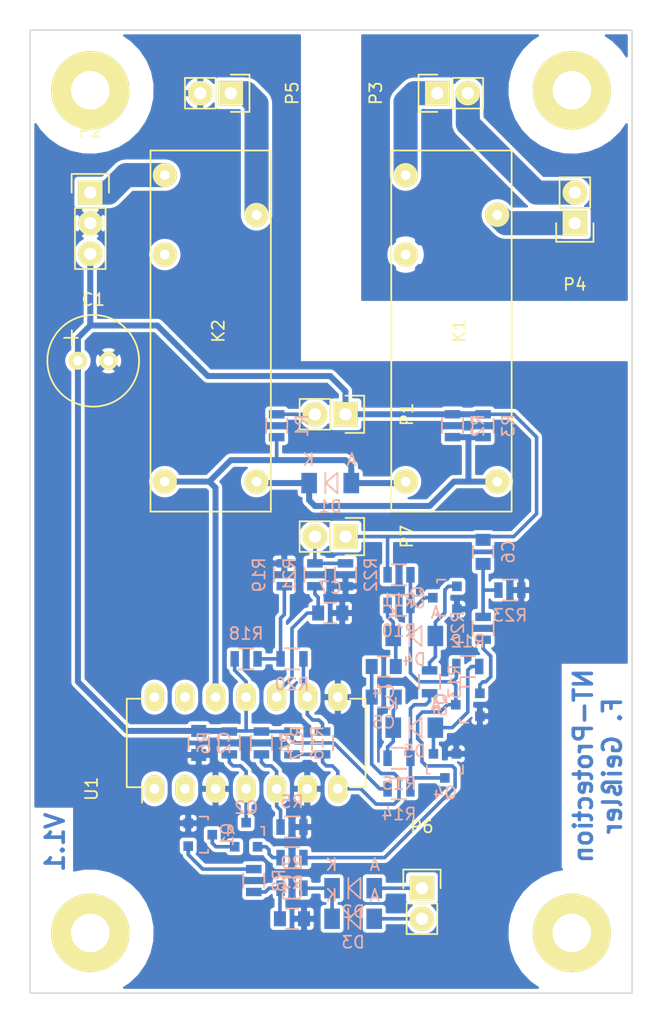
<source format=kicad_pcb>
(kicad_pcb (version 4) (host pcbnew "(2015-07-22 BZR 5980)-product")
  (layers (0 F.Cu signal) (31 B.Cu signal) (34 B.Paste user) (35 F.Paste user) (36 B.SilkS user) (37 F.SilkS user) (38 B.Mask user) (39 F.Mask user) (44 Edge.Cuts user))
  (net 0 "")
  (net 1 V-)
  (net 2 V+)
  (net 3 "Net-(C3-Pad2)")
  (net 4 "Net-(C4-Pad1)")
  (net 5 "Net-(C4-Pad2)")
  (net 6 "Net-(C5-Pad2)")
  (net 7 "Net-(C7-Pad2)")
  (net 8 "Net-(D1-Pad1)")
  (net 9 "Net-(D1-Pad2)")
  (net 10 "Net-(D2-Pad1)")
  (net 11 "Net-(D2-Pad2)")
  (net 12 "Net-(D3-Pad2)")
  (net 13 "Net-(D4-Pad2)")
  (net 14 "Net-(K1-Pad1)")
  (net 15 "Net-(K1-Pad5)")
  (net 16 "Net-(K2-Pad1)")
  (net 17 "Net-(K2-Pad5)")
  (net 18 "Net-(P1-Pad2)")
  (net 19 "Net-(P3-Pad2)")
  (net 20 "Net-(P7-Pad2)")
  (net 21 "Net-(Q1-Pad1)")
  (net 22 "Net-(Q1-Pad3)")
  (net 23 "Net-(Q2-Pad1)")
  (net 24 "Net-(Q3-Pad3)")
  (net 25 "Net-(Q4-Pad3)")
  (net 26 "Net-(R4-Pad1)")
  (net 27 "Net-(R17-Pad1)")
  (net 28 "Net-(R18-Pad1)")
  (net 29 "Net-(Q2-Pad3)")
  (net 30 "Net-(C6-Pad1)")
  (net 31 "Net-(D5-Pad2)")
  (net 32 "Net-(Q5-Pad1)")
  (module mechanical:Hole_M3 (layer F.Cu) (at 55 125)
    (fp_text reference REF** hide)
    (fp_text value Hole_M3 hide)
    (pad 1 thru_hole circle (at 0 0) (size 6.5 6.5) (drill 3.2) (layers *.Cu *.Mask F.SilkS) (clearance 2))
  )
  (module mechanical:Hole_M3 (layer F.Cu) (at 95 125)
    (fp_text reference REF** hide)
    (fp_text value Hole_M3 hide)
    (pad 1 thru_hole circle (at 0 0) (size 6.5 6.5) (drill 3.2) (layers *.Cu *.Mask F.SilkS) (clearance 2))
  )
  (module mechanical:Hole_M3 (layer F.Cu) (at 95 55)
    (fp_text reference REF** hide)
    (fp_text value Hole_M3 hide)
    (pad 1 thru_hole circle (at 0 0) (size 6.5 6.5) (drill 3.2) (layers *.Cu *.Mask F.SilkS) (clearance 2))
  )
  (module Capacitors_Elko_ThroughHole:Elko_vert_11.2x7.5mm_RM2.5_CopperClear (layer F.Cu) (at 53.975 77.47)
    (fp_text reference C1 (at 1.27 -5.08) (layer F.SilkS))
    (fp_text value 22u)
    (pad 2 thru_hole circle (at 2.54 0) (size 1.50114 1.50114) (drill 0.8001) (layers *.Cu *.Mask F.SilkS) (net 1 V-))
    (pad 1 thru_hole circle (at 0 0) (size 1.50114 1.50114) (drill 0.8001) (layers *.Cu *.Mask F.SilkS) (net 2 V+))
  )
  (module Capacitors_SMD:C_0805 (layer B.Cu) (at 64.008 109.22 90)
    (fp_text reference C2 (at 0 2.1 90) (layer B.SilkS) (effects (justify mirror)))
    (fp_text value 100n)
    (pad 1 smd rect (at -1 0 90) (size 1 1.25) (layers B.Cu B.Paste B.Mask) (net 1 V-))
    (pad 2 smd rect (at 1 0 90) (size 1 1.25) (layers B.Cu B.Paste B.Mask) (net 2 V+))
  )
  (module Capacitors_SMD:C_0805 (layer B.Cu) (at 71.755 123.825 180)
    (fp_text reference C3 (at 0 2.1 180) (layer B.SilkS) (effects (justify mirror)))
    (fp_text value 100n)
    (pad 1 smd rect (at -1 0 180) (size 1 1.25) (layers B.Cu B.Paste B.Mask) (net 1 V-))
    (pad 2 smd rect (at 1 0 180) (size 1 1.25) (layers B.Cu B.Paste B.Mask) (net 3 "Net-(C3-Pad2)"))
  )
  (module Capacitors_SMD:C_0805 (layer B.Cu) (at 79.375 102.87)
    (fp_text reference C4 (at 0 2.1) (layer B.SilkS) (effects (justify mirror)))
    (fp_text value 100n)
    (pad 1 smd rect (at -1 0) (size 1 1.25) (layers B.Cu B.Paste B.Mask) (net 4 "Net-(C4-Pad1)"))
    (pad 2 smd rect (at 1 0) (size 1 1.25) (layers B.Cu B.Paste B.Mask) (net 5 "Net-(C4-Pad2)"))
  )
  (module Capacitors_SMD:C_0805 (layer B.Cu) (at 79.375 105.41)
    (fp_text reference C5 (at 0 2.1) (layer B.SilkS) (effects (justify mirror)))
    (fp_text value 100n)
    (pad 1 smd rect (at -1 0) (size 1 1.25) (layers B.Cu B.Paste B.Mask) (net 4 "Net-(C4-Pad1)"))
    (pad 2 smd rect (at 1 0) (size 1 1.25) (layers B.Cu B.Paste B.Mask) (net 6 "Net-(C5-Pad2)"))
  )
  (module Capacitors_SMD:C_0805 (layer B.Cu) (at 87.63 93.345 90)
    (fp_text reference C6 (at 0 2.1 90) (layer B.SilkS) (effects (justify mirror)))
    (fp_text value 15n)
    (pad 1 smd rect (at -1 0 90) (size 1 1.25) (layers B.Cu B.Paste B.Mask) (net 30 "Net-(C6-Pad1)"))
    (pad 2 smd rect (at 1 0 90) (size 1 1.25) (layers B.Cu B.Paste B.Mask) (net 2 V+))
  )
  (module Capacitors_SMD:C_0805 (layer B.Cu) (at 74.93 98.425 180)
    (fp_text reference C7 (at 0 2.1 180) (layer B.SilkS) (effects (justify mirror)))
    (fp_text value 1u)
    (pad 1 smd rect (at -1 0 180) (size 1 1.25) (layers B.Cu B.Paste B.Mask) (net 1 V-))
    (pad 2 smd rect (at 1 0 180) (size 1 1.25) (layers B.Cu B.Paste B.Mask) (net 7 "Net-(C7-Pad2)"))
  )
  (module Diodes_SMD:MiniMELF_Standard (layer B.Cu) (at 74.93 87.63)
    (fp_text reference D1 (at 0 1.95) (layer B.SilkS) (effects (justify mirror)))
    (fp_text value 1N4148)
    (fp_text user K (at -1.8 -1.95) (layer B.SilkS) (effects (justify mirror)))
    (fp_text user A (at 1.8 -1.95) (layer B.SilkS) (effects (justify mirror)))
    (pad 1 smd rect (at -1.75006 0) (size 1.30048 1.69926) (layers B.Cu B.Paste B.Mask) (net 8 "Net-(D1-Pad1)"))
    (pad 2 smd rect (at 1.75006 0) (size 1.30048 1.69926) (layers B.Cu B.Paste B.Mask) (net 9 "Net-(D1-Pad2)"))
  )
  (module Diodes_SMD:MiniMELF_Standard (layer B.Cu) (at 76.835 121.285)
    (fp_text reference D2 (at 0 1.95) (layer B.SilkS) (effects (justify mirror)))
    (fp_text value 1N4148)
    (fp_text user K (at -1.8 -1.95) (layer B.SilkS) (effects (justify mirror)))
    (fp_text user A (at 1.8 -1.95) (layer B.SilkS) (effects (justify mirror)))
    (pad 1 smd rect (at -1.75006 0) (size 1.30048 1.69926) (layers B.Cu B.Paste B.Mask) (net 10 "Net-(D2-Pad1)"))
    (pad 2 smd rect (at 1.75006 0) (size 1.30048 1.69926) (layers B.Cu B.Paste B.Mask) (net 11 "Net-(D2-Pad2)"))
  )
  (module Diodes_SMD:MiniMELF_Standard (layer B.Cu) (at 76.835 123.825)
    (fp_text reference D3 (at 0 1.95) (layer B.SilkS) (effects (justify mirror)))
    (fp_text value 1N4148)
    (fp_text user K (at -1.8 -1.95) (layer B.SilkS) (effects (justify mirror)))
    (fp_text user A (at 1.8 -1.95) (layer B.SilkS) (effects (justify mirror)))
    (pad 1 smd rect (at -1.75006 0) (size 1.30048 1.69926) (layers B.Cu B.Paste B.Mask) (net 10 "Net-(D2-Pad1)"))
    (pad 2 smd rect (at 1.75006 0) (size 1.30048 1.69926) (layers B.Cu B.Paste B.Mask) (net 12 "Net-(D3-Pad2)"))
  )
  (module Diodes_SMD:MiniMELF_Standard (layer B.Cu) (at 81.915 100.33)
    (fp_text reference D4 (at 0 1.95) (layer B.SilkS) (effects (justify mirror)))
    (fp_text value 1N4148)
    (fp_text user K (at -1.8 -1.95) (layer B.SilkS) (effects (justify mirror)))
    (fp_text user A (at 1.8 -1.95) (layer B.SilkS) (effects (justify mirror)))
    (pad 1 smd rect (at -1.75006 0) (size 1.30048 1.69926) (layers B.Cu B.Paste B.Mask) (net 5 "Net-(C4-Pad2)"))
    (pad 2 smd rect (at 1.75006 0) (size 1.30048 1.69926) (layers B.Cu B.Paste B.Mask) (net 13 "Net-(D4-Pad2)"))
  )
  (module Diodes_SMD:MiniMELF_Standard (layer B.Cu) (at 81.915 107.95)
    (fp_text reference D5 (at 0 1.95) (layer B.SilkS) (effects (justify mirror)))
    (fp_text value 1N4148)
    (fp_text user K (at -1.8 -1.95) (layer B.SilkS) (effects (justify mirror)))
    (fp_text user A (at 1.8 -1.95) (layer B.SilkS) (effects (justify mirror)))
    (pad 1 smd rect (at -1.75006 0) (size 1.30048 1.69926) (layers B.Cu B.Paste B.Mask) (net 6 "Net-(C5-Pad2)"))
    (pad 2 smd rect (at 1.75006 0) (size 1.30048 1.69926) (layers B.Cu B.Paste B.Mask) (net 31 "Net-(D5-Pad2)"))
  )
  (module Pin_Headers:Pin_Header_Straight_1x02 (layer F.Cu) (at 76.2 81.915 270)
    (fp_text reference P1 (at 0 -5.1 270) (layer F.SilkS))
    (fp_text value LED)
    (pad 1 thru_hole rect (at 0 0 270) (size 2.032 2.032) (drill 1.016) (layers *.Cu *.Mask F.SilkS) (net 2 V+))
    (pad 2 thru_hole oval (at 0 2.54 270) (size 2.032 2.032) (drill 1.016) (layers *.Cu *.Mask F.SilkS) (net 18 "Net-(P1-Pad2)"))
  )
  (module Pin_Headers:Pin_Header_Straight_1x03 (layer F.Cu) (at 55 63.5)
    (fp_text reference P2 (at 0 -5.1) (layer F.SilkS))
    (fp_text value VI2)
    (pad 1 thru_hole rect (at 0 0) (size 2.032 2.032) (drill 1.016) (layers *.Cu *.Mask F.SilkS) (net 16 "Net-(K2-Pad1)"))
    (pad 2 thru_hole circle (at 0 2.54) (size 2.032 2.032) (drill 1.016) (layers *.Cu *.Mask F.SilkS) (net 1 V-))
    (pad 3 thru_hole circle (at 0 5.08) (size 2.032 2.032) (drill 1.016) (layers *.Cu *.Mask F.SilkS) (net 2 V+))
  )
  (module Pin_Headers:Pin_Header_Straight_1x02 (layer F.Cu) (at 83.82 55.245 90)
    (fp_text reference P3 (at 0 -5.1 90) (layer F.SilkS))
    (fp_text value VI1)
    (pad 1 thru_hole rect (at 0 0 90) (size 2.032 2.032) (drill 1.016) (layers *.Cu *.Mask F.SilkS) (net 14 "Net-(K1-Pad1)"))
    (pad 2 thru_hole oval (at 0 2.54 90) (size 2.032 2.032) (drill 1.016) (layers *.Cu *.Mask F.SilkS) (net 19 "Net-(P3-Pad2)"))
  )
  (module Pin_Headers:Pin_Header_Straight_1x02 (layer F.Cu) (at 95.25 66.04 180)
    (fp_text reference P4 (at 0 -5.1 180) (layer F.SilkS))
    (fp_text value VO1)
    (pad 1 thru_hole rect (at 0 0 180) (size 2.032 2.032) (drill 1.016) (layers *.Cu *.Mask F.SilkS) (net 15 "Net-(K1-Pad5)"))
    (pad 2 thru_hole oval (at 0 2.54 180) (size 2.032 2.032) (drill 1.016) (layers *.Cu *.Mask F.SilkS) (net 19 "Net-(P3-Pad2)"))
  )
  (module Pin_Headers:Pin_Header_Straight_1x02 (layer F.Cu) (at 66.675 55.245 270)
    (fp_text reference P5 (at 0 -5.1 270) (layer F.SilkS))
    (fp_text value VO2)
    (pad 1 thru_hole rect (at 0 0 270) (size 2.032 2.032) (drill 1.016) (layers *.Cu *.Mask F.SilkS) (net 17 "Net-(K2-Pad5)"))
    (pad 2 thru_hole oval (at 0 2.54 270) (size 2.032 2.032) (drill 1.016) (layers *.Cu *.Mask F.SilkS) (net 1 V-))
  )
  (module Pin_Headers:Pin_Header_Straight_1x02 (layer F.Cu) (at 82.55 121.285)
    (fp_text reference P6 (at 0 -5.1) (layer F.SilkS))
    (fp_text value VAC2)
    (pad 1 thru_hole rect (at 0 0) (size 2.032 2.032) (drill 1.016) (layers *.Cu *.Mask F.SilkS) (net 11 "Net-(D2-Pad2)"))
    (pad 2 thru_hole oval (at 0 2.54) (size 2.032 2.032) (drill 1.016) (layers *.Cu *.Mask F.SilkS) (net 12 "Net-(D3-Pad2)"))
  )
  (module Pin_Headers:Pin_Header_Straight_1x02 (layer F.Cu) (at 76.2 92.075 270)
    (fp_text reference P7 (at 0 -5.1 270) (layer F.SilkS))
    (fp_text value Taster)
    (pad 1 thru_hole rect (at 0 0 270) (size 2.032 2.032) (drill 1.016) (layers *.Cu *.Mask F.SilkS) (net 2 V+))
    (pad 2 thru_hole oval (at 0 2.54 270) (size 2.032 2.032) (drill 1.016) (layers *.Cu *.Mask F.SilkS) (net 20 "Net-(P7-Pad2)"))
  )
  (module Housings_SOT-23_SOT-143_TSOT-6:SOT-23 (layer B.Cu) (at 64.135 116.84 90)
    (fp_text reference Q1 (at 0 2.25 90) (layer B.SilkS) (effects (justify mirror)))
    (fp_text value BC850)
    (pad 1 smd rect (at -0.95 -1.00076 90) (size 0.8001 0.8001) (layers B.Cu B.Paste B.Mask) (net 21 "Net-(Q1-Pad1)"))
    (pad 2 smd rect (at 0.95 -1.00076 90) (size 0.8001 0.8001) (layers B.Cu B.Paste B.Mask) (net 1 V-))
    (pad 3 smd rect (at 0 0.99822 90) (size 0.8001 0.8001) (layers B.Cu B.Paste B.Mask) (net 22 "Net-(Q1-Pad3)"))
  )
  (module Housings_SOT-23_SOT-143_TSOT-6:SOT-23 (layer B.Cu) (at 67.945 116.84 180)
    (fp_text reference Q2 (at 0 2.25 180) (layer B.SilkS) (effects (justify mirror)))
    (fp_text value BC850)
    (pad 1 smd rect (at -0.95 -1.00076 180) (size 0.8001 0.8001) (layers B.Cu B.Paste B.Mask) (net 23 "Net-(Q2-Pad1)"))
    (pad 2 smd rect (at 0.95 -1.00076 180) (size 0.8001 0.8001) (layers B.Cu B.Paste B.Mask) (net 22 "Net-(Q1-Pad3)"))
    (pad 3 smd rect (at 0 0.99822 180) (size 0.8001 0.8001) (layers B.Cu B.Paste B.Mask) (net 29 "Net-(Q2-Pad3)"))
  )
  (module Housings_SOT-23_SOT-143_TSOT-6:SOT-23 (layer B.Cu) (at 84.455 97.155 270)
    (fp_text reference Q3 (at 0 2.25 270) (layer B.SilkS) (effects (justify mirror)))
    (fp_text value BC850)
    (pad 1 smd rect (at -0.95 -1.00076 270) (size 0.8001 0.8001) (layers B.Cu B.Paste B.Mask) (net 13 "Net-(D4-Pad2)"))
    (pad 2 smd rect (at 0.95 -1.00076 270) (size 0.8001 0.8001) (layers B.Cu B.Paste B.Mask) (net 1 V-))
    (pad 3 smd rect (at 0 0.99822 270) (size 0.8001 0.8001) (layers B.Cu B.Paste B.Mask) (net 24 "Net-(Q3-Pad3)"))
  )
  (module Housings_SOT-23_SOT-143_TSOT-6:SOT-23 (layer B.Cu) (at 84.455 111.125)
    (fp_text reference Q4 (at 0 2.25) (layer B.SilkS) (effects (justify mirror)))
    (fp_text value BC850)
    (pad 1 smd rect (at -0.95 -1.00076) (size 0.8001 0.8001) (layers B.Cu B.Paste B.Mask) (net 31 "Net-(D5-Pad2)"))
    (pad 2 smd rect (at 0.95 -1.00076) (size 0.8001 0.8001) (layers B.Cu B.Paste B.Mask) (net 1 V-))
    (pad 3 smd rect (at 0 0.99822) (size 0.8001 0.8001) (layers B.Cu B.Paste B.Mask) (net 25 "Net-(Q4-Pad3)"))
  )
  (module Resistors_SMD:R_0805 (layer B.Cu) (at 70.485 82.87 90)
    (fp_text reference R1 (at 0 2.1 90) (layer B.SilkS) (effects (justify mirror)))
    (fp_text value 2k)
    (pad 1 smd rect (at -0.95 0 90) (size 0.7 1.3) (layers B.Cu B.Paste B.Mask) (net 9 "Net-(D1-Pad2)"))
    (pad 2 smd rect (at 0.95 0 90) (size 0.7 1.3) (layers B.Cu B.Paste B.Mask) (net 18 "Net-(P1-Pad2)"))
  )
  (module Resistors_SMD:R_0805 (layer B.Cu) (at 85.09 82.865 90)
    (fp_text reference R2 (at 0 2.1 90) (layer B.SilkS) (effects (justify mirror)))
    (fp_text value 470)
    (pad 1 smd rect (at -0.95 0 90) (size 0.7 1.3) (layers B.Cu B.Paste B.Mask) (net 8 "Net-(D1-Pad1)"))
    (pad 2 smd rect (at 0.95 0 90) (size 0.7 1.3) (layers B.Cu B.Paste B.Mask) (net 2 V+))
  )
  (module Resistors_SMD:R_0805 (layer B.Cu) (at 87.63 82.865 90)
    (fp_text reference R3 (at 0 2.1 90) (layer B.SilkS) (effects (justify mirror)))
    (fp_text value 470)
    (pad 1 smd rect (at -0.95 0 90) (size 0.7 1.3) (layers B.Cu B.Paste B.Mask) (net 8 "Net-(D1-Pad1)"))
    (pad 2 smd rect (at 0.95 0 90) (size 0.7 1.3) (layers B.Cu B.Paste B.Mask) (net 2 V+))
  )
  (module Resistors_SMD:R_0805 (layer B.Cu) (at 69.215 109.22 90)
    (fp_text reference R4 (at 0 2.1 90) (layer B.SilkS) (effects (justify mirror)))
    (fp_text value 10k)
    (pad 1 smd rect (at -0.95 0 90) (size 0.7 1.3) (layers B.Cu B.Paste B.Mask) (net 26 "Net-(R4-Pad1)"))
    (pad 2 smd rect (at 0.95 0 90) (size 0.7 1.3) (layers B.Cu B.Paste B.Mask) (net 2 V+))
  )
  (module Resistors_SMD:R_0805 (layer B.Cu) (at 71.755 116.205 180)
    (fp_text reference R5 (at 0 2.1 180) (layer B.SilkS) (effects (justify mirror)))
    (fp_text value 100k)
    (pad 1 smd rect (at -0.95 0 180) (size 0.7 1.3) (layers B.Cu B.Paste B.Mask) (net 1 V-))
    (pad 2 smd rect (at 0.95 0 180) (size 0.7 1.3) (layers B.Cu B.Paste B.Mask) (net 26 "Net-(R4-Pad1)"))
  )
  (module Resistors_SMD:R_0805 (layer B.Cu) (at 66.548 109.22 270)
    (fp_text reference R6 (at 0 2.1 270) (layer B.SilkS) (effects (justify mirror)))
    (fp_text value 10k)
    (pad 1 smd rect (at -0.95 0 270) (size 0.7 1.3) (layers B.Cu B.Paste B.Mask) (net 2 V+))
    (pad 2 smd rect (at 0.95 0 270) (size 0.7 1.3) (layers B.Cu B.Paste B.Mask) (net 29 "Net-(Q2-Pad3)"))
  )
  (module Resistors_SMD:R_0805 (layer B.Cu) (at 71.755 118.745)
    (fp_text reference R7 (at 0 2.1) (layer B.SilkS) (effects (justify mirror)))
    (fp_text value 22k)
    (pad 1 smd rect (at -0.95 0) (size 0.7 1.3) (layers B.Cu B.Paste B.Mask) (net 23 "Net-(Q2-Pad1)"))
    (pad 2 smd rect (at 0.95 0) (size 0.7 1.3) (layers B.Cu B.Paste B.Mask) (net 24 "Net-(Q3-Pad3)"))
  )
  (module Resistors_SMD:R_0805 (layer B.Cu) (at 68.58 120.65 90)
    (fp_text reference R8 (at 0 2.1 90) (layer B.SilkS) (effects (justify mirror)))
    (fp_text value 22k)
    (pad 1 smd rect (at -0.95 0 90) (size 0.7 1.3) (layers B.Cu B.Paste B.Mask) (net 3 "Net-(C3-Pad2)"))
    (pad 2 smd rect (at 0.95 0 90) (size 0.7 1.3) (layers B.Cu B.Paste B.Mask) (net 21 "Net-(Q1-Pad1)"))
  )
  (module Resistors_SMD:R_0805 (layer B.Cu) (at 71.755 121.285 180)
    (fp_text reference R9 (at 0 2.1 180) (layer B.SilkS) (effects (justify mirror)))
    (fp_text value 22k)
    (pad 1 smd rect (at -0.95 0 180) (size 0.7 1.3) (layers B.Cu B.Paste B.Mask) (net 10 "Net-(D2-Pad1)"))
    (pad 2 smd rect (at 0.95 0 180) (size 0.7 1.3) (layers B.Cu B.Paste B.Mask) (net 3 "Net-(C3-Pad2)"))
  )
  (module Resistors_SMD:R_0805 (layer B.Cu) (at 80.645 97.79)
    (fp_text reference R10 (at 0 2.1) (layer B.SilkS) (effects (justify mirror)))
    (fp_text value 47k)
    (pad 1 smd rect (at -0.95 0) (size 0.7 1.3) (layers B.Cu B.Paste B.Mask) (net 5 "Net-(C4-Pad2)"))
    (pad 2 smd rect (at 0.95 0) (size 0.7 1.3) (layers B.Cu B.Paste B.Mask) (net 24 "Net-(Q3-Pad3)"))
  )
  (module Resistors_SMD:R_0805 (layer B.Cu) (at 80.645 95.25)
    (fp_text reference R11 (at 0 2.1) (layer B.SilkS) (effects (justify mirror)))
    (fp_text value 10k)
    (pad 1 smd rect (at -0.95 0) (size 0.7 1.3) (layers B.Cu B.Paste B.Mask) (net 2 V+))
    (pad 2 smd rect (at 0.95 0) (size 0.7 1.3) (layers B.Cu B.Paste B.Mask) (net 24 "Net-(Q3-Pad3)"))
  )
  (module Resistors_SMD:R_0805 (layer B.Cu) (at 86.36 102.87 180)
    (fp_text reference R12 (at 0 2.1 180) (layer B.SilkS) (effects (justify mirror)))
    (fp_text value 22k)
    (pad 1 smd rect (at -0.95 0 180) (size 0.7 1.3) (layers B.Cu B.Paste B.Mask) (net 31 "Net-(D5-Pad2)"))
    (pad 2 smd rect (at 0.95 0 180) (size 0.7 1.3) (layers B.Cu B.Paste B.Mask) (net 24 "Net-(Q3-Pad3)"))
  )
  (module Resistors_SMD:R_0805 (layer B.Cu) (at 83.185 104.14 90)
    (fp_text reference R13 (at 0 2.1 90) (layer B.SilkS) (effects (justify mirror)))
    (fp_text value 22k)
    (pad 1 smd rect (at -0.95 0 90) (size 0.7 1.3) (layers B.Cu B.Paste B.Mask) (net 25 "Net-(Q4-Pad3)"))
    (pad 2 smd rect (at 0.95 0 90) (size 0.7 1.3) (layers B.Cu B.Paste B.Mask) (net 13 "Net-(D4-Pad2)"))
  )
  (module Resistors_SMD:R_0805 (layer B.Cu) (at 80.645 113.03)
    (fp_text reference R14 (at 0 2.1) (layer B.SilkS) (effects (justify mirror)))
    (fp_text value 10k)
    (pad 1 smd rect (at -0.95 0) (size 0.7 1.3) (layers B.Cu B.Paste B.Mask) (net 2 V+))
    (pad 2 smd rect (at 0.95 0) (size 0.7 1.3) (layers B.Cu B.Paste B.Mask) (net 25 "Net-(Q4-Pad3)"))
  )
  (module Resistors_SMD:R_0805 (layer B.Cu) (at 80.645 110.49)
    (fp_text reference R15 (at 0 2.1) (layer B.SilkS) (effects (justify mirror)))
    (fp_text value 47k)
    (pad 1 smd rect (at -0.95 0) (size 0.7 1.3) (layers B.Cu B.Paste B.Mask) (net 6 "Net-(C5-Pad2)"))
    (pad 2 smd rect (at 0.95 0) (size 0.7 1.3) (layers B.Cu B.Paste B.Mask) (net 25 "Net-(Q4-Pad3)"))
  )
  (module Resistors_SMD:R_0805 (layer B.Cu) (at 71.755 109.22 90)
    (fp_text reference R16 (at 0 2.1 90) (layer B.SilkS) (effects (justify mirror)))
    (fp_text value 10k)
    (pad 1 smd rect (at -0.95 0 90) (size 0.7 1.3) (layers B.Cu B.Paste B.Mask) (net 4 "Net-(C4-Pad1)"))
    (pad 2 smd rect (at 0.95 0 90) (size 0.7 1.3) (layers B.Cu B.Paste B.Mask) (net 2 V+))
  )
  (module Resistors_SMD:R_0805 (layer B.Cu) (at 74.295 109.22 270)
    (fp_text reference R17 (at 0 2.1 270) (layer B.SilkS) (effects (justify mirror)))
    (fp_text value 120k)
    (pad 1 smd rect (at -0.95 0 270) (size 0.7 1.3) (layers B.Cu B.Paste B.Mask) (net 27 "Net-(R17-Pad1)"))
    (pad 2 smd rect (at 0.95 0 270) (size 0.7 1.3) (layers B.Cu B.Paste B.Mask) (net 4 "Net-(C4-Pad1)"))
  )
  (module Resistors_SMD:R_0805 (layer B.Cu) (at 67.945 102.235 180)
    (fp_text reference R18 (at 0 2.1 180) (layer B.SilkS) (effects (justify mirror)))
    (fp_text value 10k)
    (pad 1 smd rect (at -0.95 0 180) (size 0.7 1.3) (layers B.Cu B.Paste B.Mask) (net 28 "Net-(R18-Pad1)"))
    (pad 2 smd rect (at 0.95 0 180) (size 0.7 1.3) (layers B.Cu B.Paste B.Mask) (net 2 V+))
  )
  (module Resistors_SMD:R_0805 (layer B.Cu) (at 71.12 95.25 270)
    (fp_text reference R19 (at 0 2.1 270) (layer B.SilkS) (effects (justify mirror)))
    (fp_text value 10k)
    (pad 1 smd rect (at -0.95 0 270) (size 0.7 1.3) (layers B.Cu B.Paste B.Mask) (net 1 V-))
    (pad 2 smd rect (at 0.95 0 270) (size 0.7 1.3) (layers B.Cu B.Paste B.Mask) (net 28 "Net-(R18-Pad1)"))
  )
  (module Resistors_SMD:R_0805 (layer B.Cu) (at 71.755 102.235)
    (fp_text reference R20 (at 0 2.1) (layer B.SilkS) (effects (justify mirror)))
    (fp_text value 100k)
    (pad 1 smd rect (at -0.95 0) (size 0.7 1.3) (layers B.Cu B.Paste B.Mask) (net 28 "Net-(R18-Pad1)"))
    (pad 2 smd rect (at 0.95 0) (size 0.7 1.3) (layers B.Cu B.Paste B.Mask) (net 27 "Net-(R17-Pad1)"))
  )
  (module Resistors_SMD:R_0805 (layer B.Cu) (at 73.66 95.25 270)
    (fp_text reference R21 (at 0 2.1 270) (layer B.SilkS) (effects (justify mirror)))
    (fp_text value 10k)
    (pad 1 smd rect (at -0.95 0 270) (size 0.7 1.3) (layers B.Cu B.Paste B.Mask) (net 20 "Net-(P7-Pad2)"))
    (pad 2 smd rect (at 0.95 0 270) (size 0.7 1.3) (layers B.Cu B.Paste B.Mask) (net 7 "Net-(C7-Pad2)"))
  )
  (module Resistors_SMD:R_0805 (layer B.Cu) (at 76.2 95.25 90)
    (fp_text reference R22 (at 0 2.1 90) (layer B.SilkS) (effects (justify mirror)))
    (fp_text value 4k7)
    (pad 1 smd rect (at -0.95 0 90) (size 0.7 1.3) (layers B.Cu B.Paste B.Mask) (net 1 V-))
    (pad 2 smd rect (at 0.95 0 90) (size 0.7 1.3) (layers B.Cu B.Paste B.Mask) (net 20 "Net-(P7-Pad2)"))
  )
  (module Housings_DIP:DIP-14_W7.62mm_LongPads (layer F.Cu) (at 60.325 113.03 90)
    (fp_text reference U1 (at 0 -5.22 90) (layer F.SilkS))
    (fp_text value LM319)
    (pad 1 thru_hole oval (at 0 0 90) (size 2.3 1.6) (drill 0.8) (layers *.Cu *.Mask F.SilkS))
    (pad 2 thru_hole oval (at 0 2.54 90) (size 2.3 1.6) (drill 0.8) (layers *.Cu *.Mask F.SilkS))
    (pad 3 thru_hole oval (at 0 5.08 90) (size 2.3 1.6) (drill 0.8) (layers *.Cu *.Mask F.SilkS) (net 1 V-))
    (pad 4 thru_hole oval (at 0 7.62 90) (size 2.3 1.6) (drill 0.8) (layers *.Cu *.Mask F.SilkS) (net 29 "Net-(Q2-Pad3)"))
    (pad 5 thru_hole oval (at 0 10.16 90) (size 2.3 1.6) (drill 0.8) (layers *.Cu *.Mask F.SilkS) (net 26 "Net-(R4-Pad1)"))
    (pad 6 thru_hole oval (at 0 12.7 90) (size 2.3 1.6) (drill 0.8) (layers *.Cu *.Mask F.SilkS) (net 1 V-))
    (pad 7 thru_hole oval (at 0 15.24 90) (size 2.3 1.6) (drill 0.8) (layers *.Cu *.Mask F.SilkS) (net 4 "Net-(C4-Pad1)"))
    (pad 8 thru_hole oval (at 7.62 15.24 90) (size 2.3 1.6) (drill 0.8) (layers *.Cu *.Mask F.SilkS) (net 1 V-))
    (pad 9 thru_hole oval (at 7.62 12.7 90) (size 2.3 1.6) (drill 0.8) (layers *.Cu *.Mask F.SilkS) (net 27 "Net-(R17-Pad1)"))
    (pad 10 thru_hole oval (at 7.62 10.16 90) (size 2.3 1.6) (drill 0.8) (layers *.Cu *.Mask F.SilkS) (net 7 "Net-(C7-Pad2)"))
    (pad 11 thru_hole oval (at 7.62 7.62 90) (size 2.3 1.6) (drill 0.8) (layers *.Cu *.Mask F.SilkS) (net 2 V+))
    (pad 12 thru_hole oval (at 7.62 5.08 90) (size 2.3 1.6) (drill 0.8) (layers *.Cu *.Mask F.SilkS) (net 9 "Net-(D1-Pad2)"))
    (pad 13 thru_hole oval (at 7.62 2.54 90) (size 2.3 1.6) (drill 0.8) (layers *.Cu *.Mask F.SilkS))
    (pad 14 thru_hole oval (at 7.62 0 90) (size 2.3 1.6) (drill 0.8) (layers *.Cu *.Mask F.SilkS))
  )
  (module mechanical:Hole_M3 (layer F.Cu) (at 55 55)
    (fp_text reference REF** hide)
    (fp_text value Hole_M3 hide)
    (pad 1 thru_hole circle (at 0 0) (size 6.5 6.5) (drill 3.2) (layers *.Cu *.Mask F.SilkS) (clearance 2))
  )
  (module Housings_SOT-23_SOT-143_TSOT-6:SOT-23 (layer B.Cu) (at 86.36 106.045 270)
    (fp_text reference Q5 (at 0 2.25 270) (layer B.SilkS) (effects (justify mirror)))
    (fp_text value BC850)
    (pad 1 smd rect (at -0.95 -1.00076 270) (size 0.8001 0.8001) (layers B.Cu B.Paste B.Mask) (net 32 "Net-(Q5-Pad1)"))
    (pad 2 smd rect (at 0.95 -1.00076 270) (size 0.8001 0.8001) (layers B.Cu B.Paste B.Mask) (net 1 V-))
    (pad 3 smd rect (at 0 0.99822 270) (size 0.8001 0.8001) (layers B.Cu B.Paste B.Mask) (net 24 "Net-(Q3-Pad3)"))
  )
  (module Resistors_SMD:R_0805 (layer B.Cu) (at 89.855 96.52)
    (fp_text reference R23 (at 0 2.1) (layer B.SilkS) (effects (justify mirror)))
    (fp_text value 100k)
    (pad 1 smd rect (at -0.95 0) (size 0.7 1.3) (layers B.Cu B.Paste B.Mask) (net 30 "Net-(C6-Pad1)"))
    (pad 2 smd rect (at 0.95 0) (size 0.7 1.3) (layers B.Cu B.Paste B.Mask) (net 1 V-))
  )
  (module Resistors_SMD:R_0805 (layer B.Cu) (at 87.63 99.695 270)
    (fp_text reference R24 (at 0 2.1 270) (layer B.SilkS) (effects (justify mirror)))
    (fp_text value 10k)
    (pad 1 smd rect (at -0.95 0 270) (size 0.7 1.3) (layers B.Cu B.Paste B.Mask) (net 30 "Net-(C6-Pad1)"))
    (pad 2 smd rect (at 0.95 0 270) (size 0.7 1.3) (layers B.Cu B.Paste B.Mask) (net 32 "Net-(Q5-Pad1)"))
  )
  (module relais:Relais_JS-12-N-K (layer F.Cu) (at 65 75 90)
    (fp_text reference K2 (at 0 0.635 90) (layer F.SilkS))
    (fp_text value 660R/12V)
    (pad 2 thru_hole circle (at 6.35 -3.81 90) (size 2 2) (drill 0.8) (layers *.Cu *.Mask F.SilkS))
    (pad 1 thru_hole circle (at 12.954 -3.81 90) (size 2 2) (drill 0.8) (layers *.Cu *.Mask F.SilkS) (net 16 "Net-(K2-Pad1)"))
    (pad 5 thru_hole circle (at 9.652 3.81 90) (size 2 2) (drill 0.8) (layers *.Cu *.Mask F.SilkS) (net 17 "Net-(K2-Pad5)"))
    (pad 4 thru_hole circle (at -12.5095 3.81 90) (size 2 2) (drill 0.8) (layers *.Cu *.Mask F.SilkS) (net 8 "Net-(D1-Pad1)"))
    (pad 3 thru_hole circle (at -12.5095 -3.81 90) (size 2 2) (drill 0.8) (layers *.Cu *.Mask F.SilkS) (net 9 "Net-(D1-Pad2)"))
  )
  (module relais:Relais_JS-12-N-K (layer F.Cu) (at 85 75 90)
    (fp_text reference K1 (at 0 0.635 90) (layer F.SilkS))
    (fp_text value 660R/12V)
    (pad 2 thru_hole circle (at 6.35 -3.81 90) (size 2 2) (drill 0.8) (layers *.Cu *.Mask F.SilkS))
    (pad 1 thru_hole circle (at 12.954 -3.81 90) (size 2 2) (drill 0.8) (layers *.Cu *.Mask F.SilkS) (net 14 "Net-(K1-Pad1)"))
    (pad 5 thru_hole circle (at 9.652 3.81 90) (size 2 2) (drill 0.8) (layers *.Cu *.Mask F.SilkS) (net 15 "Net-(K1-Pad5)"))
    (pad 4 thru_hole circle (at -12.5095 3.81 90) (size 2 2) (drill 0.8) (layers *.Cu *.Mask F.SilkS) (net 8 "Net-(D1-Pad1)"))
    (pad 3 thru_hole circle (at -12.5095 -3.81 90) (size 2 2) (drill 0.8) (layers *.Cu *.Mask F.SilkS) (net 9 "Net-(D1-Pad2)"))
  )
  (gr_text V1.1 (at 52.07 117.475 90) (layer B.Cu) (effects (font (size 1.5 1.5) (thickness 0.3)) (justify mirror)))
  (gr_text "NT-Protection\nF. Geißler" (at 97.155 111.125 90) (layer B.Cu) (effects (font (size 1.5 1.5) (thickness 0.3)) (justify mirror)))
  (gr_line (start 50 130) (end 50 50) (layer Edge.Cuts) (width 0.1))
  (gr_line (start 100 130) (end 50 130) (layer Edge.Cuts) (width 0.1))
  (gr_line (start 100 50) (end 100 130) (layer Edge.Cuts) (width 0.1))
  (gr_line (start 50 50) (end 100 50) (layer Edge.Cuts) (width 0.1))
  (segment (start 67.945 105.41) (end 67.945 104.135) (width 0.3) (layer B.Cu) (net 2))
  (segment (start 67.945 104.135) (end 66.995 103.185) (width 0.3) (layer B.Cu) (net 2))
  (segment (start 66.995 103.185) (end 66.995 102.235) (width 0.3) (layer B.Cu) (net 2))
  (segment (start 90.17 92.075) (end 88.527852 92.075) (width 0.3) (layer B.Cu) (net 2))
  (segment (start 88.527852 92.075) (end 79.692786 92.075) (width 0.3) (layer B.Cu) (net 2))
  (segment (start 87.63 92.075) (end 88.527852 92.075) (width 0.3) (layer B.Cu) (net 2))
  (segment (start 87.63 92.345) (end 87.63 92.075) (width 0.3) (layer B.Cu) (net 2))
  (segment (start 79.695 92.077214) (end 79.692786 92.075) (width 0.3) (layer B.Cu) (net 2))
  (segment (start 79.692786 92.075) (end 76.2 92.075) (width 0.3) (layer B.Cu) (net 2))
  (segment (start 79.695 95.25) (end 79.695 92.077214) (width 0.3) (layer B.Cu) (net 2))
  (segment (start 92.075 90.17) (end 90.17 92.075) (width 0.3) (layer B.Cu) (net 2))
  (segment (start 92.075 83.82) (end 92.075 90.17) (width 0.3) (layer B.Cu) (net 2))
  (segment (start 90.17 81.915) (end 92.075 83.82) (width 0.3) (layer B.Cu) (net 2))
  (segment (start 87.63 81.915) (end 90.17 81.915) (width 0.3) (layer B.Cu) (net 2))
  (segment (start 85.09 81.915) (end 87.63 81.915) (width 0.5) (layer B.Cu) (net 2))
  (segment (start 76.2 81.915) (end 85.09 81.915) (width 0.5) (layer B.Cu) (net 2))
  (segment (start 66.675 108.22) (end 65.726593 108.22) (width 0.5) (layer B.Cu) (net 2))
  (segment (start 65.726593 108.22) (end 65.354231 108.22) (width 0.5) (layer B.Cu) (net 2))
  (segment (start 66.548 108.27) (end 65.776593 108.27) (width 0.3) (layer B.Cu) (net 2))
  (segment (start 65.776593 108.27) (end 65.726593 108.22) (width 0.3) (layer B.Cu) (net 2))
  (segment (start 65.354231 108.22) (end 58.055 108.22) (width 0.5) (layer B.Cu) (net 2))
  (segment (start 64.008 108.22) (end 65.354231 108.22) (width 0.3) (layer B.Cu) (net 2))
  (segment (start 64.77 78.74) (end 60.57 74.54) (width 0.5) (layer B.Cu) (net 2))
  (segment (start 60.57 74.54) (end 55 74.54) (width 0.5) (layer B.Cu) (net 2))
  (segment (start 74.93 78.74) (end 64.77 78.74) (width 0.5) (layer B.Cu) (net 2))
  (segment (start 76.2 80.01) (end 74.93 78.74) (width 0.5) (layer B.Cu) (net 2))
  (segment (start 76.2 81.915) (end 76.2 80.01) (width 0.5) (layer B.Cu) (net 2))
  (segment (start 67.945 106.86) (end 67.945 108.19053) (width 0.3) (layer B.Cu) (net 2))
  (segment (start 67.945 105.41) (end 67.945 106.86) (width 0.3) (layer B.Cu) (net 2))
  (segment (start 66.675 108.22) (end 67.97447 108.22) (width 0.3) (layer B.Cu) (net 2))
  (segment (start 53.975 104.14) (end 53.975 77.47) (width 0.5) (layer B.Cu) (net 2))
  (segment (start 58.055 108.22) (end 53.975 104.14) (width 0.5) (layer B.Cu) (net 2))
  (segment (start 72.055 109.22) (end 75.235 109.22) (width 0.3) (layer B.Cu) (net 2))
  (segment (start 75.235 109.22) (end 79.045 113.03) (width 0.3) (layer B.Cu) (net 2))
  (segment (start 79.045 113.03) (end 79.695 113.03) (width 0.3) (layer B.Cu) (net 2))
  (segment (start 71.755 108.27) (end 71.755 108.92) (width 0.3) (layer B.Cu) (net 2))
  (segment (start 71.755 108.92) (end 72.055 109.22) (width 0.3) (layer B.Cu) (net 2))
  (segment (start 67.97447 108.22) (end 69.165 108.22) (width 0.3) (layer B.Cu) (net 2))
  (segment (start 67.945 108.19053) (end 67.97447 108.22) (width 0.3) (layer B.Cu) (net 2))
  (segment (start 69.165 108.22) (end 69.215 108.27) (width 0.3) (layer B.Cu) (net 2))
  (segment (start 69.215 108.27) (end 71.755 108.27) (width 0.3) (layer B.Cu) (net 2))
  (segment (start 67.945 105.41) (end 67.945 106.045) (width 0.3) (layer B.Cu) (net 2))
  (segment (start 53.975 75.565) (end 55 74.54) (width 0.5) (layer B.Cu) (net 2))
  (segment (start 55 74.54) (end 55 68.58) (width 0.5) (layer B.Cu) (net 2))
  (segment (start 53.975 77.47) (end 53.975 75.565) (width 0.5) (layer B.Cu) (net 2))
  (segment (start 70.755 123.825) (end 70.755 121.335) (width 0.3) (layer B.Cu) (net 3))
  (segment (start 70.755 121.335) (end 70.805 121.285) (width 0.3) (layer B.Cu) (net 3))
  (segment (start 69.535 121.6) (end 69.85 121.285) (width 0.3) (layer B.Cu) (net 3))
  (segment (start 69.85 121.285) (end 70.805 121.285) (width 0.3) (layer B.Cu) (net 3))
  (segment (start 68.58 121.6) (end 69.535 121.6) (width 0.3) (layer B.Cu) (net 3))
  (segment (start 80.235002 111.76) (end 79.154998 111.76) (width 0.3) (layer B.Cu) (net 4))
  (segment (start 79.154998 111.76) (end 78.375 110.980002) (width 0.3) (layer B.Cu) (net 4))
  (segment (start 78.375 110.980002) (end 78.375 106.335) (width 0.3) (layer B.Cu) (net 4))
  (segment (start 78.375 106.335) (end 78.375 105.41) (width 0.3) (layer B.Cu) (net 4))
  (segment (start 80.645 113.890002) (end 80.645 112.169998) (width 0.3) (layer B.Cu) (net 4))
  (segment (start 80.645 112.169998) (end 80.235002 111.76) (width 0.3) (layer B.Cu) (net 4))
  (segment (start 78.74 114.3) (end 80.235002 114.3) (width 0.3) (layer B.Cu) (net 4))
  (segment (start 80.235002 114.3) (end 80.645 113.890002) (width 0.3) (layer B.Cu) (net 4))
  (segment (start 77.47 113.03) (end 78.74 114.3) (width 0.3) (layer B.Cu) (net 4))
  (segment (start 75.565 113.03) (end 77.47 113.03) (width 0.3) (layer B.Cu) (net 4))
  (segment (start 75.11 111.125) (end 74.6 111.125) (width 0.3) (layer B.Cu) (net 4))
  (segment (start 74.6 111.125) (end 74.295 110.82) (width 0.3) (layer B.Cu) (net 4))
  (segment (start 74.295 110.82) (end 74.295 110.17) (width 0.3) (layer B.Cu) (net 4))
  (segment (start 75.565 113.03) (end 75.565 111.58) (width 0.3) (layer B.Cu) (net 4))
  (segment (start 75.565 111.58) (end 75.11 111.125) (width 0.3) (layer B.Cu) (net 4))
  (segment (start 71.755 110.17) (end 74.295 110.17) (width 0.3) (layer B.Cu) (net 4))
  (segment (start 78.375 105.41) (end 78.375 102.87) (width 0.3) (layer B.Cu) (net 4))
  (segment (start 79.695 98.745) (end 79.72957 98.745) (width 0.3) (layer B.Cu) (net 5))
  (segment (start 79.72957 98.745) (end 80.16494 99.18037) (width 0.3) (layer B.Cu) (net 5))
  (segment (start 80.16494 99.18037) (end 80.16494 100.33) (width 0.3) (layer B.Cu) (net 5))
  (segment (start 79.695 97.79) (end 79.695 98.745) (width 0.3) (layer B.Cu) (net 5))
  (segment (start 80.375 102.87) (end 80.375 100.54006) (width 0.3) (layer B.Cu) (net 5))
  (segment (start 80.375 100.54006) (end 80.16494 100.33) (width 0.3) (layer B.Cu) (net 5))
  (segment (start 80.16494 107.95) (end 80.16494 106.54506) (width 0.3) (layer B.Cu) (net 6))
  (segment (start 80.16494 106.54506) (end 80.375 106.335) (width 0.3) (layer B.Cu) (net 6))
  (segment (start 80.375 106.335) (end 80.375 105.41) (width 0.3) (layer B.Cu) (net 6))
  (segment (start 79.695 109.535) (end 79.72957 109.535) (width 0.3) (layer B.Cu) (net 6))
  (segment (start 79.72957 109.535) (end 80.16494 109.09963) (width 0.3) (layer B.Cu) (net 6))
  (segment (start 80.16494 109.09963) (end 80.16494 107.95) (width 0.3) (layer B.Cu) (net 6))
  (segment (start 79.695 110.49) (end 79.695 109.535) (width 0.3) (layer B.Cu) (net 6))
  (segment (start 73.93 98.425) (end 73.93 97.12) (width 0.3) (layer B.Cu) (net 7))
  (segment (start 73.93 97.12) (end 73.66 96.85) (width 0.3) (layer B.Cu) (net 7))
  (segment (start 73.66 96.85) (end 73.66 96.2) (width 0.3) (layer B.Cu) (net 7))
  (segment (start 71.755 99.695) (end 73.025 98.425) (width 0.3) (layer B.Cu) (net 7))
  (segment (start 73.025 98.425) (end 73.93 98.425) (width 0.3) (layer B.Cu) (net 7))
  (segment (start 71.755 103.79) (end 71.755 99.695) (width 0.3) (layer B.Cu) (net 7))
  (segment (start 70.485 105.41) (end 70.485 105.06) (width 0.3) (layer B.Cu) (net 7))
  (segment (start 70.485 105.06) (end 71.755 103.79) (width 0.3) (layer B.Cu) (net 7))
  (segment (start 70.165 105.09) (end 70.485 105.41) (width 0.3) (layer B.Cu) (net 7))
  (segment (start 70.485 105.41) (end 70.485 105.76) (width 0.3) (layer B.Cu) (net 7))
  (segment (start 86.414364 83.815) (end 85.09 83.815) (width 0.5) (layer B.Cu) (net 8))
  (segment (start 87.63 83.815) (end 86.414364 83.815) (width 0.5) (layer B.Cu) (net 8))
  (segment (start 86.414364 83.815) (end 86.414364 87.428445) (width 0.5) (layer B.Cu) (net 8))
  (segment (start 88.81 87.5095) (end 86.495419 87.5095) (width 0.5) (layer B.Cu) (net 8))
  (segment (start 86.495419 87.5095) (end 85.2105 87.5095) (width 0.5) (layer B.Cu) (net 8))
  (segment (start 86.414364 87.428445) (end 86.495419 87.5095) (width 0.5) (layer B.Cu) (net 8))
  (segment (start 73.66 89.535) (end 73.17994 89.05494) (width 0.5) (layer B.Cu) (net 8))
  (segment (start 73.17994 89.05494) (end 73.17994 87.63) (width 0.5) (layer B.Cu) (net 8))
  (segment (start 83.185 89.535) (end 73.66 89.535) (width 0.5) (layer B.Cu) (net 8))
  (segment (start 85.2105 87.5095) (end 83.185 89.535) (width 0.5) (layer B.Cu) (net 8))
  (segment (start 73.17994 87.63) (end 68.9305 87.63) (width 0.5) (layer B.Cu) (net 8))
  (segment (start 68.9305 87.63) (end 68.81 87.5095) (width 0.5) (layer B.Cu) (net 8))
  (segment (start 65.405 105.41) (end 65.405 88.024) (width 0.5) (layer B.Cu) (net 9))
  (segment (start 65.405 88.024) (end 64.8905 87.5095) (width 0.5) (layer B.Cu) (net 9))
  (segment (start 66.675 85.725) (end 70.517762 85.725) (width 0.5) (layer B.Cu) (net 9))
  (segment (start 70.517762 85.725) (end 76.2 85.725) (width 0.5) (layer B.Cu) (net 9))
  (segment (start 70.485 83.82) (end 70.485 85.692238) (width 0.3) (layer B.Cu) (net 9))
  (segment (start 70.485 85.692238) (end 70.517762 85.725) (width 0.3) (layer B.Cu) (net 9))
  (segment (start 76.2 85.725) (end 76.68006 86.20506) (width 0.5) (layer B.Cu) (net 9))
  (segment (start 76.68006 86.20506) (end 76.68006 87.63) (width 0.5) (layer B.Cu) (net 9))
  (segment (start 64.8905 87.5095) (end 66.675 85.725) (width 0.5) (layer B.Cu) (net 9))
  (segment (start 61.19 87.5095) (end 64.8905 87.5095) (width 0.5) (layer B.Cu) (net 9))
  (segment (start 76.68006 87.63) (end 81.0695 87.63) (width 0.5) (layer B.Cu) (net 9))
  (segment (start 81.0695 87.63) (end 81.19 87.5095) (width 0.5) (layer B.Cu) (net 9))
  (segment (start 75.08494 123.825) (end 75.08494 121.285) (width 0.3) (layer B.Cu) (net 10))
  (segment (start 72.705 121.285) (end 75.08494 121.285) (width 0.3) (layer B.Cu) (net 10))
  (segment (start 78.58506 121.285) (end 82.55 121.285) (width 0.3) (layer B.Cu) (net 11))
  (segment (start 78.58506 123.825) (end 82.55 123.825) (width 0.3) (layer B.Cu) (net 12))
  (segment (start 83.185 103.19) (end 83.185 102.54) (width 0.3) (layer B.Cu) (net 13))
  (segment (start 83.185 102.54) (end 83.66506 102.05994) (width 0.3) (layer B.Cu) (net 13))
  (segment (start 83.66506 102.05994) (end 83.66506 100.33) (width 0.3) (layer B.Cu) (net 13))
  (segment (start 84.455 98.39043) (end 84.455 96.50571) (width 0.3) (layer B.Cu) (net 13))
  (segment (start 84.455 96.50571) (end 84.75571 96.205) (width 0.3) (layer B.Cu) (net 13))
  (segment (start 84.75571 96.205) (end 85.45576 96.205) (width 0.3) (layer B.Cu) (net 13))
  (segment (start 83.66506 100.33) (end 83.66506 99.18037) (width 0.3) (layer B.Cu) (net 13))
  (segment (start 83.66506 99.18037) (end 84.455 98.39043) (width 0.3) (layer B.Cu) (net 13))
  (segment (start 81.19 62.046) (end 81.19 55.97) (width 2) (layer B.Cu) (net 14))
  (segment (start 81.19 55.97) (end 81.915 55.245) (width 2) (layer B.Cu) (net 14))
  (segment (start 81.915 55.245) (end 83.82 55.245) (width 2) (layer B.Cu) (net 14))
  (segment (start 88.81 65.348) (end 89.502 66.04) (width 2) (layer B.Cu) (net 15))
  (segment (start 89.502 66.04) (end 95.25 66.04) (width 2) (layer B.Cu) (net 15))
  (segment (start 56.515 63.5) (end 57.969 62.046) (width 2) (layer B.Cu) (net 16))
  (segment (start 57.969 62.046) (end 61.19 62.046) (width 2) (layer B.Cu) (net 16))
  (segment (start 56.515 63.5) (end 56.8006 63.2144) (width 2) (layer B.Cu) (net 16))
  (segment (start 55 63.5) (end 56.515 63.5) (width 2) (layer B.Cu) (net 16))
  (segment (start 68.81 56.11) (end 68.81 65.348) (width 2) (layer B.Cu) (net 17))
  (segment (start 67.945 55.245) (end 68.81 56.11) (width 2) (layer B.Cu) (net 17))
  (segment (start 66.675 55.245) (end 67.945 55.245) (width 2) (layer B.Cu) (net 17))
  (segment (start 73.66 81.915) (end 70.49 81.915) (width 0.3) (layer B.Cu) (net 18))
  (segment (start 70.49 81.915) (end 70.485 81.92) (width 0.3) (layer B.Cu) (net 18))
  (segment (start 86.36 57.249205) (end 86.36 55.245) (width 2) (layer B.Cu) (net 19))
  (segment (start 92.075 63.5) (end 86.36 57.785) (width 2) (layer B.Cu) (net 19))
  (segment (start 86.36 57.785) (end 86.36 57.249205) (width 2) (layer B.Cu) (net 19))
  (segment (start 95.25 63.5) (end 92.075 63.5) (width 2) (layer B.Cu) (net 19))
  (segment (start 73.66 92.075) (end 73.66 94.3) (width 0.3) (layer B.Cu) (net 20))
  (segment (start 76.2 94.3) (end 73.66 94.3) (width 0.3) (layer B.Cu) (net 20))
  (segment (start 68.58 119.7) (end 64.34419 119.7) (width 0.3) (layer B.Cu) (net 21))
  (segment (start 64.34419 119.7) (end 63.13424 118.49005) (width 0.3) (layer B.Cu) (net 21))
  (segment (start 63.13424 118.49005) (end 63.13424 117.79) (width 0.3) (layer B.Cu) (net 21))
  (segment (start 66.995 117.84076) (end 65.43393 117.84076) (width 0.3) (layer B.Cu) (net 22))
  (segment (start 65.43393 117.84076) (end 65.13322 117.54005) (width 0.3) (layer B.Cu) (net 22))
  (segment (start 65.13322 117.54005) (end 65.13322 116.84) (width 0.3) (layer B.Cu) (net 22))
  (segment (start 69.85 118.09571) (end 69.85 118.44) (width 0.3) (layer B.Cu) (net 23))
  (segment (start 69.85 118.44) (end 70.155 118.745) (width 0.3) (layer B.Cu) (net 23))
  (segment (start 70.155 118.745) (end 70.805 118.745) (width 0.3) (layer B.Cu) (net 23))
  (segment (start 68.895 117.84076) (end 69.59505 117.84076) (width 0.3) (layer B.Cu) (net 23))
  (segment (start 69.59505 117.84076) (end 69.85 118.09571) (width 0.3) (layer B.Cu) (net 23))
  (segment (start 72.705 118.745) (end 79.443322 118.745) (width 0.3) (layer B.Cu) (net 24))
  (segment (start 82.19501 107.03499) (end 82.579631 106.650369) (width 0.3) (layer B.Cu) (net 24))
  (segment (start 79.443322 118.745) (end 85.305051 112.883271) (width 0.3) (layer B.Cu) (net 24))
  (segment (start 82.19501 108.86501) (end 82.19501 107.03499) (width 0.3) (layer B.Cu) (net 24))
  (segment (start 85.305051 112.883271) (end 85.305051 111.363169) (width 0.3) (layer B.Cu) (net 24))
  (segment (start 82.55 110.779342) (end 82.55 109.22) (width 0.3) (layer B.Cu) (net 24))
  (segment (start 85.305051 111.363169) (end 85.066882 111.125) (width 0.3) (layer B.Cu) (net 24))
  (segment (start 85.066882 111.125) (end 82.895658 111.125) (width 0.3) (layer B.Cu) (net 24))
  (segment (start 82.55 109.22) (end 82.19501 108.86501) (width 0.3) (layer B.Cu) (net 24))
  (segment (start 82.895658 111.125) (end 82.55 110.779342) (width 0.3) (layer B.Cu) (net 24))
  (segment (start 82.579631 106.650369) (end 84.056361 106.650369) (width 0.3) (layer B.Cu) (net 24))
  (segment (start 84.66173 106.045) (end 85.36178 106.045) (width 0.3) (layer B.Cu) (net 24))
  (segment (start 84.056361 106.650369) (end 84.66173 106.045) (width 0.3) (layer B.Cu) (net 24))
  (segment (start 85.36178 106.045) (end 85.36178 104.41178) (width 0.3) (layer B.Cu) (net 24))
  (segment (start 85.36178 104.41178) (end 85.09 104.14) (width 0.3) (layer B.Cu) (net 24))
  (segment (start 85.09 104.14) (end 85.41 103.82) (width 0.3) (layer B.Cu) (net 24))
  (segment (start 85.41 103.82) (end 85.41 102.87) (width 0.3) (layer B.Cu) (net 24))
  (segment (start 82.324998 104.14) (end 85.09 104.14) (width 0.3) (layer B.Cu) (net 24))
  (segment (start 81.595 97.79) (end 81.595 103.410002) (width 0.3) (layer B.Cu) (net 24))
  (segment (start 81.595 103.410002) (end 82.324998 104.14) (width 0.3) (layer B.Cu) (net 24))
  (segment (start 82.12173 97.79) (end 81.595 97.79) (width 0.3) (layer B.Cu) (net 24))
  (segment (start 83.45678 97.155) (end 82.75673 97.155) (width 0.3) (layer B.Cu) (net 24))
  (segment (start 82.75673 97.155) (end 82.12173 97.79) (width 0.3) (layer B.Cu) (net 24))
  (segment (start 81.595 97.79) (end 81.595 95.25) (width 0.3) (layer B.Cu) (net 24))
  (segment (start 81.595 110.49) (end 81.595 106.365) (width 0.3) (layer B.Cu) (net 25))
  (segment (start 81.595 106.365) (end 81.915 106.045) (width 0.3) (layer B.Cu) (net 25))
  (segment (start 81.915 106.045) (end 82.88 106.045) (width 0.3) (layer B.Cu) (net 25))
  (segment (start 83.185 105.74) (end 83.185 105.09) (width 0.3) (layer B.Cu) (net 25))
  (segment (start 82.88 106.045) (end 83.185 105.74) (width 0.3) (layer B.Cu) (net 25))
  (segment (start 81.595 113.03) (end 81.595 112.179093) (width 0.3) (layer B.Cu) (net 25))
  (segment (start 81.595 112.179093) (end 81.595 110.49) (width 0.3) (layer B.Cu) (net 25))
  (segment (start 84.455 112.12322) (end 81.650873 112.12322) (width 0.3) (layer B.Cu) (net 25))
  (segment (start 81.650873 112.12322) (end 81.595 112.179093) (width 0.3) (layer B.Cu) (net 25))
  (segment (start 70.805 116.205) (end 70.805 114.8) (width 0.3) (layer B.Cu) (net 26))
  (segment (start 70.805 114.8) (end 70.485 114.48) (width 0.3) (layer B.Cu) (net 26))
  (segment (start 70.485 114.48) (end 70.485 113.03) (width 0.3) (layer B.Cu) (net 26))
  (segment (start 70.03 111.125) (end 69.52 111.125) (width 0.3) (layer B.Cu) (net 26))
  (segment (start 69.52 111.125) (end 69.215 110.82) (width 0.3) (layer B.Cu) (net 26))
  (segment (start 69.215 110.82) (end 69.215 110.17) (width 0.3) (layer B.Cu) (net 26))
  (segment (start 70.485 113.03) (end 70.485 111.58) (width 0.3) (layer B.Cu) (net 26))
  (segment (start 70.485 111.58) (end 70.03 111.125) (width 0.3) (layer B.Cu) (net 26))
  (segment (start 70.165 112.71) (end 70.485 113.03) (width 0.3) (layer B.Cu) (net 26))
  (segment (start 72.705 102.235) (end 72.705 105.09) (width 0.3) (layer B.Cu) (net 27))
  (segment (start 72.705 105.09) (end 73.025 105.41) (width 0.3) (layer B.Cu) (net 27))
  (segment (start 73.48 107.315) (end 73.99 107.315) (width 0.3) (layer B.Cu) (net 27))
  (segment (start 73.99 107.315) (end 74.295 107.62) (width 0.3) (layer B.Cu) (net 27))
  (segment (start 74.295 107.62) (end 74.295 108.27) (width 0.3) (layer B.Cu) (net 27))
  (segment (start 73.025 105.41) (end 73.025 106.86) (width 0.3) (layer B.Cu) (net 27))
  (segment (start 73.025 106.86) (end 73.48 107.315) (width 0.3) (layer B.Cu) (net 27))
  (segment (start 70.805 98.867) (end 71.12 98.552) (width 0.3) (layer B.Cu) (net 28))
  (segment (start 71.12 98.552) (end 71.12 96.2) (width 0.3) (layer B.Cu) (net 28))
  (segment (start 70.805 102.235) (end 70.805 98.867) (width 0.3) (layer B.Cu) (net 28))
  (segment (start 68.895 102.235) (end 70.805 102.235) (width 0.3) (layer B.Cu) (net 28))
  (segment (start 67.945 115.84178) (end 67.945 113.03) (width 0.3) (layer B.Cu) (net 29))
  (segment (start 66.548 110.17) (end 66.548 110.82) (width 0.3) (layer B.Cu) (net 29))
  (segment (start 66.548 110.82) (end 66.853 111.125) (width 0.3) (layer B.Cu) (net 29))
  (segment (start 66.853 111.125) (end 67.49 111.125) (width 0.3) (layer B.Cu) (net 29))
  (segment (start 67.49 111.125) (end 67.945 111.58) (width 0.3) (layer B.Cu) (net 29))
  (segment (start 67.945 111.58) (end 67.945 113.03) (width 0.3) (layer B.Cu) (net 29))
  (segment (start 87.63 98.745) (end 87.63 96.547402) (width 0.3) (layer B.Cu) (net 30))
  (segment (start 87.63 96.547402) (end 87.63 94.345) (width 0.3) (layer B.Cu) (net 30))
  (segment (start 88.905 96.52) (end 87.657402 96.52) (width 0.3) (layer B.Cu) (net 30))
  (segment (start 87.657402 96.52) (end 87.63 96.547402) (width 0.3) (layer B.Cu) (net 30))
  (segment (start 83.66506 107.95) (end 85.066882 107.95) (width 0.3) (layer B.Cu) (net 31))
  (segment (start 85.066882 107.95) (end 86.36 106.656882) (width 0.3) (layer B.Cu) (net 31))
  (segment (start 86.36 103.17) (end 86.66 102.87) (width 0.3) (layer B.Cu) (net 31))
  (segment (start 86.36 106.656882) (end 86.36 103.17) (width 0.3) (layer B.Cu) (net 31))
  (segment (start 86.66 102.87) (end 87.31 102.87) (width 0.3) (layer B.Cu) (net 31))
  (segment (start 83.505 110.12424) (end 83.505 108.11006) (width 0.3) (layer B.Cu) (net 31))
  (segment (start 83.505 108.11006) (end 83.66506 107.95) (width 0.3) (layer B.Cu) (net 31))
  (segment (start 87.36076 105.095) (end 87.36076 104.39495) (width 0.3) (layer B.Cu) (net 32))
  (segment (start 87.36076 104.39495) (end 87.61571 104.14) (width 0.3) (layer B.Cu) (net 32))
  (segment (start 87.61571 104.14) (end 87.850002 104.14) (width 0.3) (layer B.Cu) (net 32))
  (segment (start 87.850002 104.14) (end 88.265 103.725002) (width 0.3) (layer B.Cu) (net 32))
  (segment (start 88.265 103.725002) (end 88.265 102.014998) (width 0.3) (layer B.Cu) (net 32))
  (segment (start 88.265 102.014998) (end 87.63 101.379998) (width 0.3) (layer B.Cu) (net 32))
  (segment (start 87.63 101.379998) (end 87.63 100.645) (width 0.3) (layer B.Cu) (net 32))
  (zone (net 1) (net_name V-) (layer B.Cu) (connect_pads (clearance 0.3)) (min_thickness 0.2) (fill yes (arc_segments 32) (thermal_gap 0.3) (thermal_bridge_width 0.5))
    (polygon (pts (xy 47.5 47.5) (xy 72.5 47.5) (xy 72.5 77.5) (xy 102.5 77.5) (xy 102.5 132.5) (xy 47.5 132.5)))
  )
  (zone (net 0) (net_name "") (layer B.Cu) (connect_pads (clearance 0.3)) (min_thickness 0.2) (fill yes (arc_segments 32) (thermal_gap 0.508) (thermal_bridge_width 0.508))
    (polygon (pts (xy 77.5 50) (xy 100 50) (xy 100 72.5) (xy 77.5 72.5)))
  )
)
</source>
